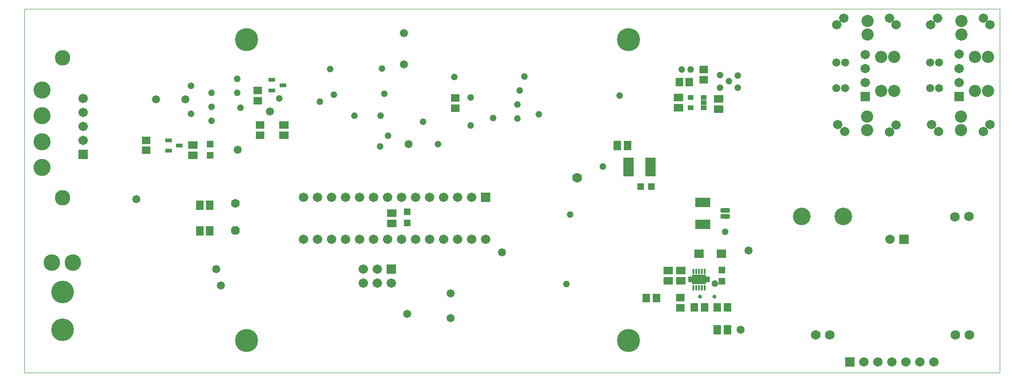
<source format=gbs>
%FSTAX23Y23*%
%MOIN*%
%SFA1B1*%

%IPPOS*%
%AMD75*
4,1,8,0.034500,-0.005900,0.034500,0.005900,0.024600,0.015800,-0.024600,0.015800,-0.034500,0.005900,-0.034500,-0.005900,-0.024600,-0.015800,0.024600,-0.015800,0.034500,-0.005900,0.0*
1,1,0.019820,0.024600,-0.005900*
1,1,0.019820,0.024600,0.005900*
1,1,0.019820,-0.024600,0.005900*
1,1,0.019820,-0.024600,-0.005900*
%
%AMD92*
4,1,8,-0.031600,-0.013100,-0.013100,-0.031600,0.013100,-0.031600,0.031600,-0.013100,0.031600,0.013100,0.013100,0.031600,-0.013100,0.031600,-0.031600,0.013100,-0.031600,-0.013100,0.0*
%
%ADD33C,0.001000*%
%ADD74R,0.106420X0.067060*%
G04~CAMADD=75~8~0.0~0.0~316.2~690.2~99.1~0.0~15~0.0~0.0~0.0~0.0~0~0.0~0.0~0.0~0.0~0~0.0~0.0~0.0~270.0~690.0~316.0*
%ADD75D75*%
%ADD77R,0.049340X0.051310*%
%ADD80R,0.055240X0.061150*%
%ADD81R,0.061150X0.055240*%
%ADD82R,0.065090X0.053280*%
%ADD83R,0.053280X0.065090*%
%ADD84C,0.086740*%
%ADD85R,0.067060X0.067060*%
%ADD86C,0.067060*%
%ADD87C,0.118240*%
%ADD88C,0.161540*%
%ADD89C,0.068000*%
%ADD90C,0.122170*%
%ADD91R,0.067060X0.067060*%
G04~CAMADD=92~4~0.0~0.0~631.2~631.2~0.0~184.9~0~0.0~0.0~0.0~0.0~0~0.0~0.0~0.0~0.0~0~0.0~0.0~0.0~135.0~631.2~631.2*
%ADD92D92*%
%ADD93C,0.063120*%
%ADD94C,0.126110*%
%ADD95C,0.058000*%
%ADD96C,0.030840*%
%ADD97C,0.110360*%
%ADD98C,0.165000*%
%ADD99C,0.048000*%
%ADD100C,0.028000*%
%ADD101C,0.070000*%
%ADD102R,0.074930X0.133980*%
%ADD103R,0.100000X0.070470*%
%ADD104O,0.016540X0.038980*%
%ADD105R,0.043430X0.033590*%
%ADD106R,0.069020X0.063120*%
%ADD107R,0.051310X0.049340*%
%ADD108R,0.047370X0.031620*%
%ADD109R,0.035560X0.019020*%
%LNcareboard_smd_ordered_6.29-1*%
%LPD*%
G54D33*
X06963Y0D02*
Y026D01*
X0D02*
X06963D01*
X0Y0D02*
X06963D01*
X0D02*
Y026D01*
G54D74*
X04841Y01061D03*
Y01217D03*
G54D75*
X05003Y01161D03*
Y01119D03*
G54D77*
X01327Y01633D03*
Y01554D03*
X02733Y0115D03*
Y01071D03*
X0498Y00733D03*
Y00654D03*
G54D80*
X04747Y02077D03*
X04674D03*
X05018Y00469D03*
X04945D03*
X04438Y00535D03*
X04511D03*
X04855Y00469D03*
X04782D03*
G54D81*
X01683Y01698D03*
Y01771D03*
X03074Y01892D03*
Y01965D03*
X01664Y01945D03*
Y02018D03*
X00868Y01662D03*
Y0159D03*
X0485Y02095D03*
Y02168D03*
X04681Y00538D03*
Y00465D03*
G54D82*
X01853Y01771D03*
Y01698D03*
X01203Y01627D03*
Y01554D03*
X02621Y01069D03*
Y01142D03*
X0467Y01895D03*
Y01967D03*
X04954Y01885D03*
Y01958D03*
X04597Y00659D03*
Y00732D03*
X04687Y00732D03*
Y00659D03*
G54D83*
X01323Y01013D03*
X01251D03*
X04304Y01625D03*
X04232D03*
X01323Y01199D03*
X01251D03*
X05019Y00307D03*
X04946D03*
G54D84*
X06787Y02258D03*
X0688D03*
X06689Y02516D03*
Y02418D03*
X0688Y02014D03*
X06787Y02014D03*
X06686Y01734D03*
Y01832D03*
X06015Y01831D03*
Y01733D03*
X06116Y02013D03*
X06209Y02013D03*
X06018Y02417D03*
Y02515D03*
X06209Y02257D03*
X06116D03*
G54D85*
X06673Y01975D03*
X06002Y01974D03*
X00418Y01561D03*
X03291Y01255D03*
G54D86*
X06673Y02075D03*
Y02176D03*
Y02277D03*
X06002Y02276D03*
Y02175D03*
Y02074D03*
X02618Y00641D03*
X02518Y00741D03*
Y00641D03*
X02418Y00741D03*
Y00641D03*
X06492Y00078D03*
X06392D03*
X06292D03*
X06192D03*
X05992D03*
X06092D03*
X00418Y01961D03*
Y01861D03*
Y01761D03*
Y01661D03*
X0618Y00956D03*
X03191Y01255D03*
X03091D03*
X02991D03*
X02891D03*
X02791D03*
X02691D03*
X02591D03*
X02491D03*
X02391D03*
X02291D03*
X02191D03*
X02091D03*
X01991D03*
X03291Y00955D03*
X03191D03*
X03091D03*
X02991D03*
X02891D03*
X02791D03*
X02691D03*
X02591D03*
X02491D03*
X02391D03*
X02291D03*
X02191D03*
X02091D03*
X01991D03*
X06526Y01724D03*
X06476Y01774D03*
X06893Y01773D03*
X06846Y01723D03*
Y02535D03*
X06893Y02488D03*
X06519Y02535D03*
X06469Y02488D03*
X05798Y02487D03*
X05848Y02534D03*
X06222Y02487D03*
X06175Y02534D03*
Y01722D03*
X06222Y01772D03*
X05805Y01773D03*
X05855Y01723D03*
G54D87*
X00347Y00787D03*
X00197D03*
G54D88*
X00272Y00577D03*
Y00307D03*
G54D89*
X06742Y01118D03*
X06642Y01116D03*
X06745Y00272D03*
X06645Y0027D03*
X0575Y00272D03*
X0565Y0027D03*
G54D90*
X00127Y01467D03*
Y01652D03*
Y01837D03*
Y02022D03*
G54D91*
X02618Y00741D03*
X05892Y00078D03*
X0628Y00956D03*
G54D92*
X01506Y01019D03*
G54D93*
X01506Y01211D03*
G54D94*
X05548Y01118D03*
X05847Y01117D03*
G54D95*
X0653Y02034D03*
Y02219D03*
X06465Y02034D03*
Y02219D03*
X05794Y02218D03*
Y02033D03*
X05859Y02218D03*
Y02033D03*
X01401Y00626D03*
X05112Y00307D03*
X0517Y00873D03*
X02733Y0042D03*
X03042Y00391D03*
Y00567D03*
X008Y0124D03*
X02743Y01633D03*
X02708Y02204D03*
Y02427D03*
X01752Y01867D03*
X00938Y01956D03*
X01148D03*
X01521Y01593D03*
X01369Y00741D03*
X0341Y00862D03*
G54D96*
X04785Y00687D03*
X04815Y00668D03*
X04785Y00648D03*
X04844Y00687D03*
Y00648D03*
G54D97*
X00272Y02252D03*
Y01252D03*
G54D98*
X04312Y00231D03*
Y02381D03*
X01587D03*
Y00231D03*
G54D99*
X0152Y02D03*
X03187Y01767D03*
X03519Y01917D03*
X04249Y01981D03*
X01335Y02D03*
X01188Y0185D03*
X04754Y02168D03*
X02952Y01635D03*
X03519Y01817D03*
X03568Y02117D03*
X01335Y018D03*
X04692Y02168D03*
X03187Y01967D03*
X03068Y02113D03*
X03345Y0182D03*
X01188Y0205D03*
X02847Y01793D03*
X02109Y01939D03*
X01541Y01894D03*
X02595Y01693D03*
X0257Y01994D03*
X03671Y01847D03*
X05092Y02037D03*
X04964D03*
Y02127D03*
X05092Y02125D03*
X05001Y01008D03*
X04928Y00638D03*
X05028Y02084D03*
X03869Y00634D03*
X03895Y01132D03*
X0254Y01617D03*
X02356Y01839D03*
X02541D03*
X02181Y02171D03*
X0182Y01961D03*
X01335Y019D03*
X0152Y021D03*
X02209Y01989D03*
X02553Y02173D03*
X03535Y02017D03*
X04129Y01474D03*
G54D100*
X04927Y00545D03*
X04823D03*
G54D101*
X03945Y01395D03*
G54D102*
X04469Y01472D03*
X04311D03*
G54D103*
X04815Y00668D03*
G54D104*
X04775Y00726D03*
X04795D03*
X04815D03*
X04834D03*
X04854D03*
Y00609D03*
X04834D03*
X04815D03*
X04795D03*
X04775D03*
G54D105*
X04849Y01969D03*
Y01932D03*
Y01894D03*
X04755D03*
Y01969D03*
G54D106*
X04974Y00851D03*
X04815D03*
G54D107*
X04476Y0133D03*
X04398D03*
G54D108*
X01028Y01587D03*
Y01662D03*
X01106Y01625D03*
X01766Y02018D03*
Y02093D03*
X01845Y02056D03*
G54D109*
X04754Y00677D03*
Y00658D03*
X04876D03*
Y00677D03*
M02*
</source>
